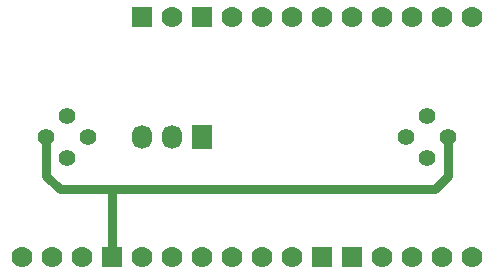
<source format=gbl>
%TF.GenerationSoftware,KiCad,Pcbnew,4.0.5-e0-6337~49~ubuntu16.04.1*%
%TF.CreationDate,2017-01-01T02:05:38+05:30*%
%TF.ProjectId,feather_v2,666561746865725F76322E6B69636164,rev?*%
%TF.FileFunction,Copper,L2,Bot,Signal*%
%FSLAX46Y46*%
G04 Gerber Fmt 4.6, Leading zero omitted, Abs format (unit mm)*
G04 Created by KiCad (PCBNEW 4.0.5-e0-6337~49~ubuntu16.04.1) date Sun Jan  1 02:05:38 2017*
%MOMM*%
%LPD*%
G01*
G04 APERTURE LIST*
%ADD10C,0.101600*%
%ADD11R,1.727200X2.032000*%
%ADD12O,1.727200X2.032000*%
%ADD13C,1.397000*%
%ADD14R,1.778000X1.778000*%
%ADD15C,1.778000*%
%ADD16C,0.762000*%
G04 APERTURE END LIST*
D10*
D11*
X97790004Y-101600001D03*
D12*
X95250004Y-101600001D03*
X92710004Y-101600001D03*
D13*
X116840000Y-99803949D03*
X118636051Y-101600000D03*
X116840000Y-103396051D03*
X115043949Y-101600000D03*
X84563949Y-101600000D03*
X86360000Y-99803949D03*
X88156051Y-101600000D03*
X86360000Y-103396051D03*
D14*
X90170000Y-111760000D03*
X92710000Y-91440000D03*
X97790000Y-91440000D03*
X107950000Y-111760000D03*
X110490000Y-111760000D03*
D15*
X82550000Y-111760000D03*
X85090000Y-111760000D03*
X87630000Y-111760000D03*
X92710000Y-111760000D03*
X95250000Y-111760000D03*
X97790000Y-111760000D03*
X100330000Y-111760000D03*
X102870000Y-111760000D03*
X105410000Y-111760000D03*
X113030000Y-111760000D03*
X115570000Y-111760000D03*
X118110000Y-111760000D03*
X120650000Y-111760000D03*
X120650000Y-91440000D03*
X118110000Y-91440000D03*
X115570000Y-91440000D03*
X113030000Y-91440000D03*
X110490000Y-91440000D03*
X107950000Y-91440000D03*
X105410000Y-91440000D03*
X102870000Y-91440000D03*
X100330000Y-91440000D03*
X95250000Y-91440000D03*
D16*
X85725000Y-106045000D02*
X90170000Y-106045000D01*
X90170000Y-106045000D02*
X117475000Y-106045000D01*
X90170000Y-111760000D02*
X90170000Y-106045000D01*
X117475000Y-106045000D02*
X118636051Y-104883949D01*
X118636051Y-104883949D02*
X118636051Y-101600000D01*
X84563949Y-104883949D02*
X85725000Y-106045000D01*
X84563949Y-101600000D02*
X84563949Y-104883949D01*
M02*

</source>
